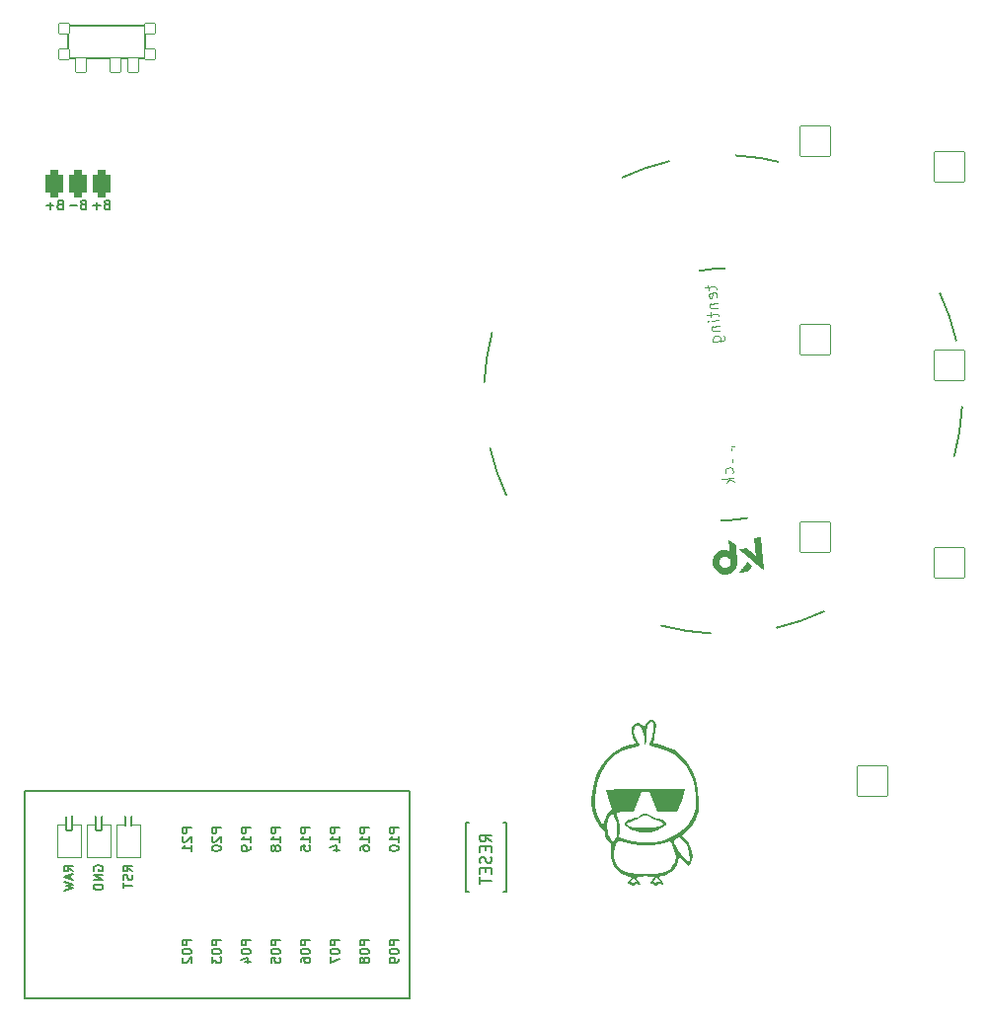
<source format=gbo>
%TF.GenerationSoftware,KiCad,Pcbnew,(6.0.4)*%
%TF.CreationDate,2022-07-21T23:48:58+02:00*%
%TF.ProjectId,wizza,77697a7a-612e-46b6-9963-61645f706362,v1.0.0*%
%TF.SameCoordinates,Original*%
%TF.FileFunction,Legend,Bot*%
%TF.FilePolarity,Positive*%
%FSLAX46Y46*%
G04 Gerber Fmt 4.6, Leading zero omitted, Abs format (unit mm)*
G04 Created by KiCad (PCBNEW (6.0.4)) date 2022-07-21 23:48:58*
%MOMM*%
%LPD*%
G01*
G04 APERTURE LIST*
G04 Aperture macros list*
%AMRoundRect*
0 Rectangle with rounded corners*
0 $1 Rounding radius*
0 $2 $3 $4 $5 $6 $7 $8 $9 X,Y pos of 4 corners*
0 Add a 4 corners polygon primitive as box body*
4,1,4,$2,$3,$4,$5,$6,$7,$8,$9,$2,$3,0*
0 Add four circle primitives for the rounded corners*
1,1,$1+$1,$2,$3*
1,1,$1+$1,$4,$5*
1,1,$1+$1,$6,$7*
1,1,$1+$1,$8,$9*
0 Add four rect primitives between the rounded corners*
20,1,$1+$1,$2,$3,$4,$5,0*
20,1,$1+$1,$4,$5,$6,$7,0*
20,1,$1+$1,$6,$7,$8,$9,0*
20,1,$1+$1,$8,$9,$2,$3,0*%
%AMFreePoly0*
4,1,16,0.535355,0.785355,0.550000,0.750000,0.550000,-0.750000,0.535355,-0.785355,0.500000,-0.800000,-0.650000,-0.800000,-0.685355,-0.785355,-0.700000,-0.750000,-0.691603,-0.722265,-0.210093,0.000000,-0.691603,0.722265,-0.699029,0.759806,-0.677735,0.791603,-0.650000,0.800000,0.500000,0.800000,0.535355,0.785355,0.535355,0.785355,$1*%
%AMFreePoly1*
4,1,16,0.535355,0.785355,0.541603,0.777735,1.041603,0.027735,1.049029,-0.009806,1.041603,-0.027735,0.541603,-0.777735,0.509806,-0.799029,0.500000,-0.800000,-0.500000,-0.800000,-0.535355,-0.785355,-0.550000,-0.750000,-0.550000,0.750000,-0.535355,0.785355,-0.500000,0.800000,0.500000,0.800000,0.535355,0.785355,0.535355,0.785355,$1*%
G04 Aperture macros list end*
%ADD10C,0.150000*%
%ADD11C,0.100000*%
%ADD12C,0.200000*%
%ADD13C,0.010000*%
%ADD14C,0.120000*%
%ADD15RoundRect,0.375000X-0.375000X-0.750000X0.375000X-0.750000X0.375000X0.750000X-0.375000X0.750000X0*%
%ADD16C,1.752600*%
%ADD17C,2.100000*%
%ADD18C,1.801800*%
%ADD19C,3.100000*%
%ADD20C,3.529000*%
%ADD21RoundRect,0.050000X-1.054507X-1.505993X1.505993X-1.054507X1.054507X1.505993X-1.505993X1.054507X0*%
%ADD22C,2.132000*%
%ADD23RoundRect,0.050000X-1.181751X-1.408356X1.408356X-1.181751X1.181751X1.408356X-1.408356X1.181751X0*%
%ADD24RoundRect,0.050000X-1.300000X-1.300000X1.300000X-1.300000X1.300000X1.300000X-1.300000X1.300000X0*%
%ADD25C,5.100000*%
%ADD26RoundRect,0.050000X-0.450000X-0.450000X0.450000X-0.450000X0.450000X0.450000X-0.450000X0.450000X0*%
%ADD27C,1.100000*%
%ADD28RoundRect,0.050000X-0.450000X-0.625000X0.450000X-0.625000X0.450000X0.625000X-0.450000X0.625000X0*%
%ADD29RoundRect,0.425000X-0.375000X-0.750000X0.375000X-0.750000X0.375000X0.750000X-0.375000X0.750000X0*%
%ADD30RoundRect,0.050000X-0.863113X-1.623279X1.623279X-0.863113X0.863113X1.623279X-1.623279X0.863113X0*%
%ADD31C,4.500000*%
%ADD32C,1.852600*%
%ADD33FreePoly0,90.000000*%
%ADD34RoundRect,0.050000X-0.250000X-0.762000X0.250000X-0.762000X0.250000X0.762000X-0.250000X0.762000X0*%
%ADD35FreePoly1,90.000000*%
G04 APERTURE END LIST*
D10*
%TO.C,B1*%
X84381171Y50956634D02*
X83904981Y51289968D01*
X84381171Y51528063D02*
X83381171Y51528063D01*
X83381171Y51147111D01*
X83428791Y51051873D01*
X83476410Y51004254D01*
X83571648Y50956634D01*
X83714505Y50956634D01*
X83809743Y51004254D01*
X83857362Y51051873D01*
X83904981Y51147111D01*
X83904981Y51528063D01*
X83857362Y50528063D02*
X83857362Y50194730D01*
X84381171Y50051873D02*
X84381171Y50528063D01*
X83381171Y50528063D01*
X83381171Y50051873D01*
X84333552Y49670920D02*
X84381171Y49528063D01*
X84381171Y49289968D01*
X84333552Y49194730D01*
X84285933Y49147111D01*
X84190695Y49099492D01*
X84095457Y49099492D01*
X84000219Y49147111D01*
X83952600Y49194730D01*
X83904981Y49289968D01*
X83857362Y49480444D01*
X83809743Y49575682D01*
X83762124Y49623301D01*
X83666886Y49670920D01*
X83571648Y49670920D01*
X83476410Y49623301D01*
X83428791Y49575682D01*
X83381171Y49480444D01*
X83381171Y49242349D01*
X83428791Y49099492D01*
X83857362Y48670920D02*
X83857362Y48337587D01*
X84381171Y48194730D02*
X84381171Y48670920D01*
X83381171Y48670920D01*
X83381171Y48194730D01*
X83381171Y47909015D02*
X83381171Y47337587D01*
X84381171Y47623301D02*
X83381171Y47623301D01*
%TO.C,PAD1*%
X51346886Y105598396D02*
X51232600Y105560301D01*
X51194505Y105522206D01*
X51156410Y105446015D01*
X51156410Y105331730D01*
X51194505Y105255539D01*
X51232600Y105217444D01*
X51308791Y105179349D01*
X51613552Y105179349D01*
X51613552Y105979349D01*
X51346886Y105979349D01*
X51270695Y105941254D01*
X51232600Y105903158D01*
X51194505Y105826968D01*
X51194505Y105750777D01*
X51232600Y105674587D01*
X51270695Y105636492D01*
X51346886Y105598396D01*
X51613552Y105598396D01*
X50813552Y105484111D02*
X50204029Y105484111D01*
X50508791Y105179349D02*
X50508791Y105788873D01*
X47346886Y105598396D02*
X47232600Y105560301D01*
X47194505Y105522206D01*
X47156410Y105446015D01*
X47156410Y105331730D01*
X47194505Y105255539D01*
X47232600Y105217444D01*
X47308791Y105179349D01*
X47613552Y105179349D01*
X47613552Y105979349D01*
X47346886Y105979349D01*
X47270695Y105941254D01*
X47232600Y105903158D01*
X47194505Y105826968D01*
X47194505Y105750777D01*
X47232600Y105674587D01*
X47270695Y105636492D01*
X47346886Y105598396D01*
X47613552Y105598396D01*
X46813552Y105484111D02*
X46204029Y105484111D01*
X46508791Y105179349D02*
X46508791Y105788873D01*
X49346886Y105598396D02*
X49232600Y105560301D01*
X49194505Y105522206D01*
X49156410Y105446015D01*
X49156410Y105331730D01*
X49194505Y105255539D01*
X49232600Y105217444D01*
X49308791Y105179349D01*
X49613552Y105179349D01*
X49613552Y105979349D01*
X49346886Y105979349D01*
X49270695Y105941254D01*
X49232600Y105903158D01*
X49194505Y105826968D01*
X49194505Y105750777D01*
X49232600Y105674587D01*
X49270695Y105636492D01*
X49346886Y105598396D01*
X49613552Y105598396D01*
X48813552Y105484111D02*
X48204029Y105484111D01*
D11*
%TO.C,REF\u002A\u002A*%
X104240579Y84756721D02*
X105236773Y84843877D01*
X104288016Y84760872D02*
X104248879Y84661846D01*
X104265480Y84472094D01*
X104321219Y84381369D01*
X104372807Y84338081D01*
X104471833Y84298944D01*
X104756460Y84323846D01*
X104847185Y84379584D01*
X104890473Y84431172D01*
X104929610Y84530198D01*
X104913009Y84719949D01*
X104857271Y84810675D01*
X104356786Y83428462D02*
X105020916Y83486566D01*
X104319434Y83855402D02*
X104841250Y83901055D01*
X104940276Y83861918D01*
X104996014Y83771193D01*
X105008465Y83628879D01*
X104969328Y83529853D01*
X104926040Y83478265D01*
X105052333Y82581096D02*
X105091471Y82680122D01*
X105074870Y82869874D01*
X105019131Y82960599D01*
X104967543Y83003887D01*
X104868517Y83043024D01*
X104583890Y83018122D01*
X104493165Y82962384D01*
X104449877Y82910796D01*
X104410740Y82811770D01*
X104427341Y82622018D01*
X104483079Y82531293D01*
X105137124Y82158306D02*
X104140929Y82071150D01*
X104765922Y82030228D02*
X105170326Y81778803D01*
X104506196Y81720699D02*
X104852497Y82133404D01*
X102961149Y98652088D02*
X102994351Y98272585D01*
X102641535Y98480723D02*
X103495416Y98555427D01*
X103594442Y98516290D01*
X103650180Y98425565D01*
X103658481Y98330689D01*
X103673297Y97614971D02*
X103712434Y97713997D01*
X103695833Y97903749D01*
X103640095Y97994474D01*
X103541069Y98033611D01*
X103161566Y98000409D01*
X103070841Y97944671D01*
X103031703Y97845645D01*
X103048305Y97655893D01*
X103104043Y97565168D01*
X103203069Y97526031D01*
X103297945Y97534331D01*
X103351318Y98017010D01*
X103098108Y97086639D02*
X103762238Y97144743D01*
X103192984Y97094940D02*
X103149696Y97043352D01*
X103110559Y96944326D01*
X103123010Y96802012D01*
X103178748Y96711287D01*
X103277774Y96672149D01*
X103799590Y96717802D01*
X103164512Y96327634D02*
X103197714Y95948131D01*
X102844898Y96156268D02*
X103698779Y96230973D01*
X103797805Y96191836D01*
X103853544Y96101110D01*
X103861844Y96006235D01*
X103890896Y95674170D02*
X103226766Y95616066D01*
X102894701Y95587014D02*
X102937989Y95638602D01*
X102989577Y95595315D01*
X102946290Y95543727D01*
X102894701Y95587014D01*
X102989577Y95595315D01*
X103268269Y95141688D02*
X103932399Y95199791D01*
X103363145Y95149988D02*
X103319857Y95098400D01*
X103280720Y94999374D01*
X103293171Y94857061D01*
X103348909Y94766335D01*
X103447935Y94727198D01*
X103969751Y94772851D01*
X103384477Y93813428D02*
X104190920Y93883983D01*
X104281645Y93939721D01*
X104324933Y93991309D01*
X104364070Y94090335D01*
X104351620Y94232649D01*
X104295881Y94323374D01*
X104001169Y93867382D02*
X104040306Y93966408D01*
X104023705Y94156159D01*
X103967967Y94246884D01*
X103916378Y94290172D01*
X103817352Y94329309D01*
X103532725Y94304408D01*
X103442000Y94248669D01*
X103398712Y94197081D01*
X103359575Y94098055D01*
X103376176Y93908304D01*
X103431915Y93817578D01*
D10*
%TO.C,MCU1*%
X73876695Y42552682D02*
X73076695Y42552682D01*
X73076695Y42247920D01*
X73114791Y42171730D01*
X73152886Y42133634D01*
X73229076Y42095539D01*
X73343362Y42095539D01*
X73419552Y42133634D01*
X73457648Y42171730D01*
X73495743Y42247920D01*
X73495743Y42552682D01*
X73076695Y41600301D02*
X73076695Y41524111D01*
X73114791Y41447920D01*
X73152886Y41409825D01*
X73229076Y41371730D01*
X73381457Y41333634D01*
X73571933Y41333634D01*
X73724314Y41371730D01*
X73800505Y41409825D01*
X73838600Y41447920D01*
X73876695Y41524111D01*
X73876695Y41600301D01*
X73838600Y41676492D01*
X73800505Y41714587D01*
X73724314Y41752682D01*
X73571933Y41790777D01*
X73381457Y41790777D01*
X73229076Y41752682D01*
X73152886Y41714587D01*
X73114791Y41676492D01*
X73076695Y41600301D01*
X73419552Y40876492D02*
X73381457Y40952682D01*
X73343362Y40990777D01*
X73267171Y41028873D01*
X73229076Y41028873D01*
X73152886Y40990777D01*
X73114791Y40952682D01*
X73076695Y40876492D01*
X73076695Y40724111D01*
X73114791Y40647920D01*
X73152886Y40609825D01*
X73229076Y40571730D01*
X73267171Y40571730D01*
X73343362Y40609825D01*
X73381457Y40647920D01*
X73419552Y40724111D01*
X73419552Y40876492D01*
X73457648Y40952682D01*
X73495743Y40990777D01*
X73571933Y41028873D01*
X73724314Y41028873D01*
X73800505Y40990777D01*
X73838600Y40952682D01*
X73876695Y40876492D01*
X73876695Y40724111D01*
X73838600Y40647920D01*
X73800505Y40609825D01*
X73724314Y40571730D01*
X73571933Y40571730D01*
X73495743Y40609825D01*
X73457648Y40647920D01*
X73419552Y40724111D01*
X58636695Y52152682D02*
X57836695Y52152682D01*
X57836695Y51847920D01*
X57874791Y51771730D01*
X57912886Y51733634D01*
X57989076Y51695539D01*
X58103362Y51695539D01*
X58179552Y51733634D01*
X58217648Y51771730D01*
X58255743Y51847920D01*
X58255743Y52152682D01*
X57912886Y51390777D02*
X57874791Y51352682D01*
X57836695Y51276492D01*
X57836695Y51086015D01*
X57874791Y51009825D01*
X57912886Y50971730D01*
X57989076Y50933634D01*
X58065267Y50933634D01*
X58179552Y50971730D01*
X58636695Y51428873D01*
X58636695Y50933634D01*
X58636695Y50171730D02*
X58636695Y50628873D01*
X58636695Y50400301D02*
X57836695Y50400301D01*
X57950981Y50476492D01*
X58027171Y50552682D01*
X58065267Y50628873D01*
X71336695Y52152682D02*
X70536695Y52152682D01*
X70536695Y51847920D01*
X70574791Y51771730D01*
X70612886Y51733634D01*
X70689076Y51695539D01*
X70803362Y51695539D01*
X70879552Y51733634D01*
X70917648Y51771730D01*
X70955743Y51847920D01*
X70955743Y52152682D01*
X71336695Y50933634D02*
X71336695Y51390777D01*
X71336695Y51162206D02*
X70536695Y51162206D01*
X70650981Y51238396D01*
X70727171Y51314587D01*
X70765267Y51390777D01*
X70803362Y50247920D02*
X71336695Y50247920D01*
X70498600Y50438396D02*
X71070029Y50628873D01*
X71070029Y50133634D01*
X61176695Y52152682D02*
X60376695Y52152682D01*
X60376695Y51847920D01*
X60414791Y51771730D01*
X60452886Y51733634D01*
X60529076Y51695539D01*
X60643362Y51695539D01*
X60719552Y51733634D01*
X60757648Y51771730D01*
X60795743Y51847920D01*
X60795743Y52152682D01*
X60452886Y51390777D02*
X60414791Y51352682D01*
X60376695Y51276492D01*
X60376695Y51086015D01*
X60414791Y51009825D01*
X60452886Y50971730D01*
X60529076Y50933634D01*
X60605267Y50933634D01*
X60719552Y50971730D01*
X61176695Y51428873D01*
X61176695Y50933634D01*
X60376695Y50438396D02*
X60376695Y50362206D01*
X60414791Y50286015D01*
X60452886Y50247920D01*
X60529076Y50209825D01*
X60681457Y50171730D01*
X60871933Y50171730D01*
X61024314Y50209825D01*
X61100505Y50247920D01*
X61138600Y50286015D01*
X61176695Y50362206D01*
X61176695Y50438396D01*
X61138600Y50514587D01*
X61100505Y50552682D01*
X61024314Y50590777D01*
X60871933Y50628873D01*
X60681457Y50628873D01*
X60529076Y50590777D01*
X60452886Y50552682D01*
X60414791Y50514587D01*
X60376695Y50438396D01*
X53556695Y48432872D02*
X53175743Y48699538D01*
X53556695Y48890015D02*
X52756695Y48890015D01*
X52756695Y48585253D01*
X52794791Y48509062D01*
X52832886Y48470967D01*
X52909076Y48432872D01*
X53023362Y48432872D01*
X53099552Y48470967D01*
X53137648Y48509062D01*
X53175743Y48585253D01*
X53175743Y48890015D01*
X53518600Y48128110D02*
X53556695Y48013824D01*
X53556695Y47823348D01*
X53518600Y47747157D01*
X53480505Y47709062D01*
X53404314Y47670967D01*
X53328124Y47670967D01*
X53251933Y47709062D01*
X53213838Y47747157D01*
X53175743Y47823348D01*
X53137648Y47975729D01*
X53099552Y48051919D01*
X53061457Y48090015D01*
X52985267Y48128110D01*
X52909076Y48128110D01*
X52832886Y48090015D01*
X52794791Y48051919D01*
X52756695Y47975729D01*
X52756695Y47785253D01*
X52794791Y47670967D01*
X52756695Y47442396D02*
X52756695Y46985253D01*
X53556695Y47213824D02*
X52756695Y47213824D01*
X76416695Y42552682D02*
X75616695Y42552682D01*
X75616695Y42247920D01*
X75654791Y42171730D01*
X75692886Y42133634D01*
X75769076Y42095539D01*
X75883362Y42095539D01*
X75959552Y42133634D01*
X75997648Y42171730D01*
X76035743Y42247920D01*
X76035743Y42552682D01*
X75616695Y41600301D02*
X75616695Y41524111D01*
X75654791Y41447920D01*
X75692886Y41409825D01*
X75769076Y41371730D01*
X75921457Y41333634D01*
X76111933Y41333634D01*
X76264314Y41371730D01*
X76340505Y41409825D01*
X76378600Y41447920D01*
X76416695Y41524111D01*
X76416695Y41600301D01*
X76378600Y41676492D01*
X76340505Y41714587D01*
X76264314Y41752682D01*
X76111933Y41790777D01*
X75921457Y41790777D01*
X75769076Y41752682D01*
X75692886Y41714587D01*
X75654791Y41676492D01*
X75616695Y41600301D01*
X76416695Y40952682D02*
X76416695Y40800301D01*
X76378600Y40724111D01*
X76340505Y40686015D01*
X76226219Y40609825D01*
X76073838Y40571730D01*
X75769076Y40571730D01*
X75692886Y40609825D01*
X75654791Y40647920D01*
X75616695Y40724111D01*
X75616695Y40876492D01*
X75654791Y40952682D01*
X75692886Y40990777D01*
X75769076Y41028873D01*
X75959552Y41028873D01*
X76035743Y40990777D01*
X76073838Y40952682D01*
X76111933Y40876492D01*
X76111933Y40724111D01*
X76073838Y40647920D01*
X76035743Y40609825D01*
X75959552Y40571730D01*
X73876695Y52152682D02*
X73076695Y52152682D01*
X73076695Y51847920D01*
X73114791Y51771730D01*
X73152886Y51733634D01*
X73229076Y51695539D01*
X73343362Y51695539D01*
X73419552Y51733634D01*
X73457648Y51771730D01*
X73495743Y51847920D01*
X73495743Y52152682D01*
X73876695Y50933634D02*
X73876695Y51390777D01*
X73876695Y51162206D02*
X73076695Y51162206D01*
X73190981Y51238396D01*
X73267171Y51314587D01*
X73305267Y51390777D01*
X73076695Y50247920D02*
X73076695Y50400301D01*
X73114791Y50476492D01*
X73152886Y50514587D01*
X73267171Y50590777D01*
X73419552Y50628873D01*
X73724314Y50628873D01*
X73800505Y50590777D01*
X73838600Y50552682D01*
X73876695Y50476492D01*
X73876695Y50324111D01*
X73838600Y50247920D01*
X73800505Y50209825D01*
X73724314Y50171730D01*
X73533838Y50171730D01*
X73457648Y50209825D01*
X73419552Y50247920D01*
X73381457Y50324111D01*
X73381457Y50476492D01*
X73419552Y50552682D01*
X73457648Y50590777D01*
X73533838Y50628873D01*
X48476695Y48432871D02*
X48095743Y48699538D01*
X48476695Y48890014D02*
X47676695Y48890014D01*
X47676695Y48585252D01*
X47714791Y48509062D01*
X47752886Y48470967D01*
X47829076Y48432871D01*
X47943362Y48432871D01*
X48019552Y48470967D01*
X48057648Y48509062D01*
X48095743Y48585252D01*
X48095743Y48890014D01*
X48248124Y48128110D02*
X48248124Y47747157D01*
X48476695Y48204300D02*
X47676695Y47937633D01*
X48476695Y47670967D01*
X47676695Y47480491D02*
X48476695Y47290014D01*
X47905267Y47137633D01*
X48476695Y46985252D01*
X47676695Y46794776D01*
X58636695Y42552682D02*
X57836695Y42552682D01*
X57836695Y42247920D01*
X57874791Y42171730D01*
X57912886Y42133634D01*
X57989076Y42095539D01*
X58103362Y42095539D01*
X58179552Y42133634D01*
X58217648Y42171730D01*
X58255743Y42247920D01*
X58255743Y42552682D01*
X57836695Y41600301D02*
X57836695Y41524111D01*
X57874791Y41447920D01*
X57912886Y41409825D01*
X57989076Y41371730D01*
X58141457Y41333634D01*
X58331933Y41333634D01*
X58484314Y41371730D01*
X58560505Y41409825D01*
X58598600Y41447920D01*
X58636695Y41524111D01*
X58636695Y41600301D01*
X58598600Y41676492D01*
X58560505Y41714587D01*
X58484314Y41752682D01*
X58331933Y41790777D01*
X58141457Y41790777D01*
X57989076Y41752682D01*
X57912886Y41714587D01*
X57874791Y41676492D01*
X57836695Y41600301D01*
X57912886Y41028873D02*
X57874791Y40990777D01*
X57836695Y40914587D01*
X57836695Y40724111D01*
X57874791Y40647920D01*
X57912886Y40609825D01*
X57989076Y40571730D01*
X58065267Y40571730D01*
X58179552Y40609825D01*
X58636695Y41066968D01*
X58636695Y40571730D01*
X66256695Y52152682D02*
X65456695Y52152682D01*
X65456695Y51847920D01*
X65494791Y51771730D01*
X65532886Y51733634D01*
X65609076Y51695539D01*
X65723362Y51695539D01*
X65799552Y51733634D01*
X65837648Y51771730D01*
X65875743Y51847920D01*
X65875743Y52152682D01*
X66256695Y50933634D02*
X66256695Y51390777D01*
X66256695Y51162206D02*
X65456695Y51162206D01*
X65570981Y51238396D01*
X65647171Y51314587D01*
X65685267Y51390777D01*
X65799552Y50476492D02*
X65761457Y50552682D01*
X65723362Y50590777D01*
X65647171Y50628873D01*
X65609076Y50628873D01*
X65532886Y50590777D01*
X65494791Y50552682D01*
X65456695Y50476492D01*
X65456695Y50324111D01*
X65494791Y50247920D01*
X65532886Y50209825D01*
X65609076Y50171730D01*
X65647171Y50171730D01*
X65723362Y50209825D01*
X65761457Y50247920D01*
X65799552Y50324111D01*
X65799552Y50476492D01*
X65837648Y50552682D01*
X65875743Y50590777D01*
X65951933Y50628873D01*
X66104314Y50628873D01*
X66180505Y50590777D01*
X66218600Y50552682D01*
X66256695Y50476492D01*
X66256695Y50324111D01*
X66218600Y50247920D01*
X66180505Y50209825D01*
X66104314Y50171730D01*
X65951933Y50171730D01*
X65875743Y50209825D01*
X65837648Y50247920D01*
X65799552Y50324111D01*
X76416695Y52152682D02*
X75616695Y52152682D01*
X75616695Y51847920D01*
X75654791Y51771730D01*
X75692886Y51733634D01*
X75769076Y51695539D01*
X75883362Y51695539D01*
X75959552Y51733634D01*
X75997648Y51771730D01*
X76035743Y51847920D01*
X76035743Y52152682D01*
X76416695Y50933634D02*
X76416695Y51390777D01*
X76416695Y51162206D02*
X75616695Y51162206D01*
X75730981Y51238396D01*
X75807171Y51314587D01*
X75845267Y51390777D01*
X75616695Y50438396D02*
X75616695Y50362206D01*
X75654791Y50286015D01*
X75692886Y50247920D01*
X75769076Y50209825D01*
X75921457Y50171730D01*
X76111933Y50171730D01*
X76264314Y50209825D01*
X76340505Y50247920D01*
X76378600Y50286015D01*
X76416695Y50362206D01*
X76416695Y50438396D01*
X76378600Y50514587D01*
X76340505Y50552682D01*
X76264314Y50590777D01*
X76111933Y50628873D01*
X75921457Y50628873D01*
X75769076Y50590777D01*
X75692886Y50552682D01*
X75654791Y50514587D01*
X75616695Y50438396D01*
X61176695Y42552682D02*
X60376695Y42552682D01*
X60376695Y42247920D01*
X60414791Y42171730D01*
X60452886Y42133634D01*
X60529076Y42095539D01*
X60643362Y42095539D01*
X60719552Y42133634D01*
X60757648Y42171730D01*
X60795743Y42247920D01*
X60795743Y42552682D01*
X60376695Y41600301D02*
X60376695Y41524111D01*
X60414791Y41447920D01*
X60452886Y41409825D01*
X60529076Y41371730D01*
X60681457Y41333634D01*
X60871933Y41333634D01*
X61024314Y41371730D01*
X61100505Y41409825D01*
X61138600Y41447920D01*
X61176695Y41524111D01*
X61176695Y41600301D01*
X61138600Y41676492D01*
X61100505Y41714587D01*
X61024314Y41752682D01*
X60871933Y41790777D01*
X60681457Y41790777D01*
X60529076Y41752682D01*
X60452886Y41714587D01*
X60414791Y41676492D01*
X60376695Y41600301D01*
X60376695Y41066968D02*
X60376695Y40571730D01*
X60681457Y40838396D01*
X60681457Y40724111D01*
X60719552Y40647920D01*
X60757648Y40609825D01*
X60833838Y40571730D01*
X61024314Y40571730D01*
X61100505Y40609825D01*
X61138600Y40647920D01*
X61176695Y40724111D01*
X61176695Y40952682D01*
X61138600Y41028873D01*
X61100505Y41066968D01*
X71336695Y42552682D02*
X70536695Y42552682D01*
X70536695Y42247920D01*
X70574791Y42171730D01*
X70612886Y42133634D01*
X70689076Y42095539D01*
X70803362Y42095539D01*
X70879552Y42133634D01*
X70917648Y42171730D01*
X70955743Y42247920D01*
X70955743Y42552682D01*
X70536695Y41600301D02*
X70536695Y41524111D01*
X70574791Y41447920D01*
X70612886Y41409825D01*
X70689076Y41371730D01*
X70841457Y41333634D01*
X71031933Y41333634D01*
X71184314Y41371730D01*
X71260505Y41409825D01*
X71298600Y41447920D01*
X71336695Y41524111D01*
X71336695Y41600301D01*
X71298600Y41676492D01*
X71260505Y41714587D01*
X71184314Y41752682D01*
X71031933Y41790777D01*
X70841457Y41790777D01*
X70689076Y41752682D01*
X70612886Y41714587D01*
X70574791Y41676492D01*
X70536695Y41600301D01*
X70536695Y41066968D02*
X70536695Y40533634D01*
X71336695Y40876492D01*
X63716695Y52152682D02*
X62916695Y52152682D01*
X62916695Y51847920D01*
X62954791Y51771730D01*
X62992886Y51733634D01*
X63069076Y51695539D01*
X63183362Y51695539D01*
X63259552Y51733634D01*
X63297648Y51771730D01*
X63335743Y51847920D01*
X63335743Y52152682D01*
X63716695Y50933634D02*
X63716695Y51390777D01*
X63716695Y51162206D02*
X62916695Y51162206D01*
X63030981Y51238396D01*
X63107171Y51314587D01*
X63145267Y51390777D01*
X63716695Y50552682D02*
X63716695Y50400301D01*
X63678600Y50324111D01*
X63640505Y50286015D01*
X63526219Y50209825D01*
X63373838Y50171730D01*
X63069076Y50171730D01*
X62992886Y50209825D01*
X62954791Y50247920D01*
X62916695Y50324111D01*
X62916695Y50476492D01*
X62954791Y50552682D01*
X62992886Y50590777D01*
X63069076Y50628873D01*
X63259552Y50628873D01*
X63335743Y50590777D01*
X63373838Y50552682D01*
X63411933Y50476492D01*
X63411933Y50324111D01*
X63373838Y50247920D01*
X63335743Y50209825D01*
X63259552Y50171730D01*
X50254791Y48490014D02*
X50216695Y48566205D01*
X50216695Y48680491D01*
X50254791Y48794776D01*
X50330981Y48870967D01*
X50407171Y48909062D01*
X50559552Y48947157D01*
X50673838Y48947157D01*
X50826219Y48909062D01*
X50902410Y48870967D01*
X50978600Y48794776D01*
X51016695Y48680491D01*
X51016695Y48604300D01*
X50978600Y48490014D01*
X50940505Y48451919D01*
X50673838Y48451919D01*
X50673838Y48604300D01*
X51016695Y48109062D02*
X50216695Y48109062D01*
X51016695Y47651919D01*
X50216695Y47651919D01*
X51016695Y47270967D02*
X50216695Y47270967D01*
X50216695Y47080491D01*
X50254791Y46966205D01*
X50330981Y46890014D01*
X50407171Y46851919D01*
X50559552Y46813824D01*
X50673838Y46813824D01*
X50826219Y46851919D01*
X50902410Y46890014D01*
X50978600Y46966205D01*
X51016695Y47080491D01*
X51016695Y47270967D01*
X63716695Y42552682D02*
X62916695Y42552682D01*
X62916695Y42247920D01*
X62954791Y42171730D01*
X62992886Y42133634D01*
X63069076Y42095539D01*
X63183362Y42095539D01*
X63259552Y42133634D01*
X63297648Y42171730D01*
X63335743Y42247920D01*
X63335743Y42552682D01*
X62916695Y41600301D02*
X62916695Y41524111D01*
X62954791Y41447920D01*
X62992886Y41409825D01*
X63069076Y41371730D01*
X63221457Y41333634D01*
X63411933Y41333634D01*
X63564314Y41371730D01*
X63640505Y41409825D01*
X63678600Y41447920D01*
X63716695Y41524111D01*
X63716695Y41600301D01*
X63678600Y41676492D01*
X63640505Y41714587D01*
X63564314Y41752682D01*
X63411933Y41790777D01*
X63221457Y41790777D01*
X63069076Y41752682D01*
X62992886Y41714587D01*
X62954791Y41676492D01*
X62916695Y41600301D01*
X63183362Y40647920D02*
X63716695Y40647920D01*
X62878600Y40838396D02*
X63450029Y41028873D01*
X63450029Y40533634D01*
X66256695Y42552682D02*
X65456695Y42552682D01*
X65456695Y42247920D01*
X65494791Y42171730D01*
X65532886Y42133634D01*
X65609076Y42095539D01*
X65723362Y42095539D01*
X65799552Y42133634D01*
X65837648Y42171730D01*
X65875743Y42247920D01*
X65875743Y42552682D01*
X65456695Y41600301D02*
X65456695Y41524111D01*
X65494791Y41447920D01*
X65532886Y41409825D01*
X65609076Y41371730D01*
X65761457Y41333634D01*
X65951933Y41333634D01*
X66104314Y41371730D01*
X66180505Y41409825D01*
X66218600Y41447920D01*
X66256695Y41524111D01*
X66256695Y41600301D01*
X66218600Y41676492D01*
X66180505Y41714587D01*
X66104314Y41752682D01*
X65951933Y41790777D01*
X65761457Y41790777D01*
X65609076Y41752682D01*
X65532886Y41714587D01*
X65494791Y41676492D01*
X65456695Y41600301D01*
X65456695Y40609825D02*
X65456695Y40990777D01*
X65837648Y41028873D01*
X65799552Y40990777D01*
X65761457Y40914587D01*
X65761457Y40724111D01*
X65799552Y40647920D01*
X65837648Y40609825D01*
X65913838Y40571730D01*
X66104314Y40571730D01*
X66180505Y40609825D01*
X66218600Y40647920D01*
X66256695Y40724111D01*
X66256695Y40914587D01*
X66218600Y40990777D01*
X66180505Y41028873D01*
X68796695Y52152682D02*
X67996695Y52152682D01*
X67996695Y51847920D01*
X68034791Y51771730D01*
X68072886Y51733634D01*
X68149076Y51695539D01*
X68263362Y51695539D01*
X68339552Y51733634D01*
X68377648Y51771730D01*
X68415743Y51847920D01*
X68415743Y52152682D01*
X68796695Y50933634D02*
X68796695Y51390777D01*
X68796695Y51162206D02*
X67996695Y51162206D01*
X68110981Y51238396D01*
X68187171Y51314587D01*
X68225267Y51390777D01*
X67996695Y50209825D02*
X67996695Y50590777D01*
X68377648Y50628873D01*
X68339552Y50590777D01*
X68301457Y50514587D01*
X68301457Y50324111D01*
X68339552Y50247920D01*
X68377648Y50209825D01*
X68453838Y50171730D01*
X68644314Y50171730D01*
X68720505Y50209825D01*
X68758600Y50247920D01*
X68796695Y50324111D01*
X68796695Y50514587D01*
X68758600Y50590777D01*
X68720505Y50628873D01*
X68796695Y42552682D02*
X67996695Y42552682D01*
X67996695Y42247920D01*
X68034791Y42171730D01*
X68072886Y42133634D01*
X68149076Y42095539D01*
X68263362Y42095539D01*
X68339552Y42133634D01*
X68377648Y42171730D01*
X68415743Y42247920D01*
X68415743Y42552682D01*
X67996695Y41600301D02*
X67996695Y41524111D01*
X68034791Y41447920D01*
X68072886Y41409825D01*
X68149076Y41371730D01*
X68301457Y41333634D01*
X68491933Y41333634D01*
X68644314Y41371730D01*
X68720505Y41409825D01*
X68758600Y41447920D01*
X68796695Y41524111D01*
X68796695Y41600301D01*
X68758600Y41676492D01*
X68720505Y41714587D01*
X68644314Y41752682D01*
X68491933Y41790777D01*
X68301457Y41790777D01*
X68149076Y41752682D01*
X68072886Y41714587D01*
X68034791Y41676492D01*
X67996695Y41600301D01*
X67996695Y40647920D02*
X67996695Y40800301D01*
X68034791Y40876492D01*
X68072886Y40914587D01*
X68187171Y40990777D01*
X68339552Y41028873D01*
X68644314Y41028873D01*
X68720505Y40990777D01*
X68758600Y40952682D01*
X68796695Y40876492D01*
X68796695Y40724111D01*
X68758600Y40647920D01*
X68720505Y40609825D01*
X68644314Y40571730D01*
X68453838Y40571730D01*
X68377648Y40609825D01*
X68339552Y40647920D01*
X68301457Y40724111D01*
X68301457Y40876492D01*
X68339552Y40952682D01*
X68377648Y40990777D01*
X68453838Y41028873D01*
%TO.C,B1*%
X82178791Y52631254D02*
X82428791Y52631254D01*
X82178791Y46631254D02*
X82178791Y52631254D01*
X85678791Y46631254D02*
X85428791Y46631254D01*
X85428791Y52631254D02*
X85678791Y52631254D01*
X85678791Y52631254D02*
X85678791Y46631254D01*
X82428791Y46631254D02*
X82178791Y46631254D01*
%TO.C,T2*%
X53339406Y120958838D02*
X49439406Y120958838D01*
X54689406Y118108838D02*
X54689406Y120958838D01*
X48089406Y120958838D02*
X48089406Y118108838D01*
X48089406Y118108838D02*
X54689406Y118108838D01*
X51389406Y120958838D02*
X48089406Y120958838D01*
X51389406Y120958838D02*
X54689406Y120958838D01*
D12*
%TO.C,REF\u002A\u002A*%
X109549275Y109130791D02*
G75*
G03*
X105324413Y109798978I-5300484J-19823537D01*
G01*
X108866422Y69313626D02*
G75*
G03*
X112911066Y70705300I-4617652J19993688D01*
G01*
X98948311Y69483716D02*
G75*
G03*
X103173169Y68815530I5300480J19823538D01*
G01*
X99631160Y109300883D02*
G75*
G03*
X95586515Y107909208I4617631J-19993629D01*
G01*
X103307945Y100061176D02*
G75*
G03*
X102189008Y99903920I940833J-10753844D01*
G01*
X124072328Y84006771D02*
G75*
G03*
X124740515Y88231632I-19823537J5300483D01*
G01*
X104437190Y100100610D02*
G75*
G03*
X103307945Y100061176I-188408J-10793256D01*
G01*
X84425254Y94607733D02*
G75*
G03*
X83757067Y90382876I19823659J-5300498D01*
G01*
X104060392Y78513898D02*
G75*
G03*
X105189637Y78553332I188400J10793277D01*
G01*
X84255162Y84689623D02*
G75*
G03*
X85646837Y80644978I19993629J4617631D01*
G01*
X105189637Y78553331D02*
G75*
G03*
X106308574Y78710588I-940837J10753823D01*
G01*
X124242420Y93924885D02*
G75*
G03*
X122850744Y97969532I-19993629J-4617631D01*
G01*
G36*
X105269585Y76346618D02*
G01*
X105329785Y75657529D01*
X105330805Y75645837D01*
X105343660Y75495913D01*
X105354963Y75359105D01*
X105364613Y75236825D01*
X105372508Y75130480D01*
X105378549Y75041478D01*
X105379711Y75021501D01*
X105382634Y74971230D01*
X105384662Y74921144D01*
X105384534Y74892630D01*
X105379747Y74845583D01*
X105353420Y74715634D01*
X105309434Y74585442D01*
X105250307Y74461636D01*
X105178559Y74350841D01*
X105170996Y74340978D01*
X105071840Y74231594D01*
X104957207Y74137247D01*
X104830291Y74059912D01*
X104694291Y74001562D01*
X104552402Y73964172D01*
X104452928Y73950969D01*
X104304078Y73949389D01*
X104158394Y73969020D01*
X104018143Y74008971D01*
X103885587Y74068358D01*
X103762995Y74146292D01*
X103652631Y74241886D01*
X103556761Y74354251D01*
X103490405Y74455773D01*
X103425327Y74589847D01*
X103381491Y74731128D01*
X103357950Y74882129D01*
X103353682Y74971768D01*
X103354000Y74976852D01*
X103853975Y74976852D01*
X103859967Y74869722D01*
X103860709Y74864476D01*
X103869831Y74809760D01*
X103880846Y74768270D01*
X103896808Y74730911D01*
X103920768Y74688592D01*
X103945515Y74652284D01*
X103991966Y74597330D01*
X104044674Y74546273D01*
X104097835Y74504554D01*
X104145651Y74477614D01*
X104162434Y74471277D01*
X104204696Y74457548D01*
X104248932Y74445271D01*
X104323163Y74432404D01*
X104427212Y74432953D01*
X104527251Y74454548D01*
X104620781Y74495990D01*
X104705298Y74556078D01*
X104778299Y74633612D01*
X104837284Y74727393D01*
X104861110Y74783829D01*
X104883232Y74880143D01*
X104885262Y74978242D01*
X104868451Y75075093D01*
X104834050Y75167660D01*
X104783314Y75252910D01*
X104717493Y75327804D01*
X104637839Y75389310D01*
X104545607Y75434392D01*
X104531110Y75439433D01*
X104430469Y75461370D01*
X104328615Y75462680D01*
X104228907Y75444601D01*
X104134707Y75408375D01*
X104049377Y75355240D01*
X103976279Y75286438D01*
X103918772Y75203205D01*
X103903556Y75173236D01*
X103868213Y75076364D01*
X103853975Y74976852D01*
X103354000Y74976852D01*
X103363179Y75123452D01*
X103393395Y75268607D01*
X103443466Y75405477D01*
X103512533Y75532304D01*
X103599734Y75647331D01*
X103704208Y75748802D01*
X103825092Y75834959D01*
X103891832Y75873562D01*
X103964138Y75909216D01*
X104033818Y75934879D01*
X104108970Y75953436D01*
X104197693Y75967776D01*
X104215379Y75969994D01*
X104354611Y75975712D01*
X104486910Y75959505D01*
X104612941Y75921240D01*
X104733365Y75860784D01*
X104758906Y75845750D01*
X104785082Y75831635D01*
X104798016Y75826429D01*
X104798570Y75830522D01*
X104797938Y75854365D01*
X104795502Y75897440D01*
X104791430Y75957388D01*
X104785895Y76031851D01*
X104779070Y76118472D01*
X104771125Y76214891D01*
X104762231Y76318751D01*
X104719362Y76810454D01*
X105269585Y76346618D01*
G37*
D13*
X105269585Y76346618D02*
X105329785Y75657529D01*
X105330805Y75645837D01*
X105343660Y75495913D01*
X105354963Y75359105D01*
X105364613Y75236825D01*
X105372508Y75130480D01*
X105378549Y75041478D01*
X105379711Y75021501D01*
X105382634Y74971230D01*
X105384662Y74921144D01*
X105384534Y74892630D01*
X105379747Y74845583D01*
X105353420Y74715634D01*
X105309434Y74585442D01*
X105250307Y74461636D01*
X105178559Y74350841D01*
X105170996Y74340978D01*
X105071840Y74231594D01*
X104957207Y74137247D01*
X104830291Y74059912D01*
X104694291Y74001562D01*
X104552402Y73964172D01*
X104452928Y73950969D01*
X104304078Y73949389D01*
X104158394Y73969020D01*
X104018143Y74008971D01*
X103885587Y74068358D01*
X103762995Y74146292D01*
X103652631Y74241886D01*
X103556761Y74354251D01*
X103490405Y74455773D01*
X103425327Y74589847D01*
X103381491Y74731128D01*
X103357950Y74882129D01*
X103353682Y74971768D01*
X103354000Y74976852D01*
X103853975Y74976852D01*
X103859967Y74869722D01*
X103860709Y74864476D01*
X103869831Y74809760D01*
X103880846Y74768270D01*
X103896808Y74730911D01*
X103920768Y74688592D01*
X103945515Y74652284D01*
X103991966Y74597330D01*
X104044674Y74546273D01*
X104097835Y74504554D01*
X104145651Y74477614D01*
X104162434Y74471277D01*
X104204696Y74457548D01*
X104248932Y74445271D01*
X104323163Y74432404D01*
X104427212Y74432953D01*
X104527251Y74454548D01*
X104620781Y74495990D01*
X104705298Y74556078D01*
X104778299Y74633612D01*
X104837284Y74727393D01*
X104861110Y74783829D01*
X104883232Y74880143D01*
X104885262Y74978242D01*
X104868451Y75075093D01*
X104834050Y75167660D01*
X104783314Y75252910D01*
X104717493Y75327804D01*
X104637839Y75389310D01*
X104545607Y75434392D01*
X104531110Y75439433D01*
X104430469Y75461370D01*
X104328615Y75462680D01*
X104228907Y75444601D01*
X104134707Y75408375D01*
X104049377Y75355240D01*
X103976279Y75286438D01*
X103918772Y75203205D01*
X103903556Y75173236D01*
X103868213Y75076364D01*
X103853975Y74976852D01*
X103354000Y74976852D01*
X103363179Y75123452D01*
X103393395Y75268607D01*
X103443466Y75405477D01*
X103512533Y75532304D01*
X103599734Y75647331D01*
X103704208Y75748802D01*
X103825092Y75834959D01*
X103891832Y75873562D01*
X103964138Y75909216D01*
X104033818Y75934879D01*
X104108970Y75953436D01*
X104197693Y75967776D01*
X104215379Y75969994D01*
X104354611Y75975712D01*
X104486910Y75959505D01*
X104612941Y75921240D01*
X104733365Y75860784D01*
X104758906Y75845750D01*
X104785082Y75831635D01*
X104798016Y75826429D01*
X104798570Y75830522D01*
X104797938Y75854365D01*
X104795502Y75897440D01*
X104791430Y75957388D01*
X104785895Y76031851D01*
X104779070Y76118472D01*
X104771125Y76214891D01*
X104762231Y76318751D01*
X104719362Y76810454D01*
X105269585Y76346618D01*
G36*
X106298191Y74914433D02*
G01*
X106311249Y74905489D01*
X106338692Y74884180D01*
X106377727Y74852749D01*
X106425559Y74813444D01*
X106479393Y74768509D01*
X106653877Y74621815D01*
X106623420Y74581190D01*
X106620560Y74577435D01*
X106600798Y74552408D01*
X106569698Y74513805D01*
X106529986Y74464978D01*
X106484384Y74409278D01*
X106435618Y74350060D01*
X106278273Y74159552D01*
X105660618Y74105515D01*
X105685880Y74141488D01*
X105687930Y74144369D01*
X105706495Y74169311D01*
X105736004Y74207869D01*
X105774662Y74257774D01*
X105820669Y74316751D01*
X105872228Y74382530D01*
X105927541Y74452837D01*
X105984809Y74525403D01*
X106042238Y74597954D01*
X106098025Y74668218D01*
X106150376Y74733925D01*
X106197491Y74792802D01*
X106237575Y74842576D01*
X106268826Y74880977D01*
X106289450Y74905732D01*
X106297646Y74914569D01*
X106298191Y74914433D01*
G37*
X106298191Y74914433D02*
X106311249Y74905489D01*
X106338692Y74884180D01*
X106377727Y74852749D01*
X106425559Y74813444D01*
X106479393Y74768509D01*
X106653877Y74621815D01*
X106623420Y74581190D01*
X106620560Y74577435D01*
X106600798Y74552408D01*
X106569698Y74513805D01*
X106529986Y74464978D01*
X106484384Y74409278D01*
X106435618Y74350060D01*
X106278273Y74159552D01*
X105660618Y74105515D01*
X105685880Y74141488D01*
X105687930Y74144369D01*
X105706495Y74169311D01*
X105736004Y74207869D01*
X105774662Y74257774D01*
X105820669Y74316751D01*
X105872228Y74382530D01*
X105927541Y74452837D01*
X105984809Y74525403D01*
X106042238Y74597954D01*
X106098025Y74668218D01*
X106150376Y74733925D01*
X106197491Y74792802D01*
X106237575Y74842576D01*
X106268826Y74880977D01*
X106289450Y74905732D01*
X106297646Y74914569D01*
X106298191Y74914433D01*
G36*
X107648889Y74320206D02*
G01*
X107550348Y74404213D01*
X107535400Y74416955D01*
X107500840Y74446408D01*
X107451002Y74488880D01*
X107387205Y74543244D01*
X107310770Y74608375D01*
X107223021Y74683149D01*
X107125274Y74766440D01*
X107018854Y74857121D01*
X106905080Y74954067D01*
X106785272Y75056153D01*
X106660752Y75162253D01*
X106532841Y75271243D01*
X105613876Y76054266D01*
X105900877Y76082480D01*
X106187878Y76110696D01*
X107057728Y75381032D01*
X106915354Y77008373D01*
X107409919Y77051642D01*
X107648889Y74320206D01*
G37*
X107648889Y74320206D02*
X107550348Y74404213D01*
X107535400Y74416955D01*
X107500840Y74446408D01*
X107451002Y74488880D01*
X107387205Y74543244D01*
X107310770Y74608375D01*
X107223021Y74683149D01*
X107125274Y74766440D01*
X107018854Y74857121D01*
X106905080Y74954067D01*
X106785272Y75056153D01*
X106660752Y75162253D01*
X106532841Y75271243D01*
X105613876Y76054266D01*
X105900877Y76082480D01*
X106187878Y76110696D01*
X107057728Y75381032D01*
X106915354Y77008373D01*
X107409919Y77051642D01*
X107648889Y74320206D01*
%TO.C,G\u002A\u002A\u002A*%
G36*
X98294942Y51812824D02*
G01*
X98061649Y51748512D01*
X97811538Y51729304D01*
X97475458Y51740479D01*
X97191010Y51761621D01*
X96921103Y51805164D01*
X96785267Y51846472D01*
X97326734Y51846472D01*
X97377003Y51829586D01*
X97560124Y51822981D01*
X97684373Y51825451D01*
X97790747Y51838735D01*
X97750624Y51859673D01*
X97616342Y51873680D01*
X97369624Y51859673D01*
X97326734Y51846472D01*
X96785267Y51846472D01*
X96658849Y51884916D01*
X96541066Y51935740D01*
X98006388Y51935740D01*
X98007699Y51906838D01*
X98117513Y51891272D01*
X98200736Y51904830D01*
X98168666Y51942424D01*
X98119705Y51955952D01*
X98006388Y51935740D01*
X96541066Y51935740D01*
X96352787Y52016983D01*
X95951458Y52217471D01*
X95873073Y52289133D01*
X95797216Y52466154D01*
X95797782Y52474013D01*
X96004074Y52474013D01*
X96062774Y52358794D01*
X96290124Y52249200D01*
X96511909Y52195665D01*
X96888395Y52153581D01*
X97329366Y52140191D01*
X97795957Y52153149D01*
X98249304Y52190104D01*
X98650543Y52248710D01*
X98960808Y52326617D01*
X99141236Y52421477D01*
X99157661Y52442360D01*
X99132439Y52546217D01*
X98950159Y52659796D01*
X98620145Y52776740D01*
X98444794Y52834526D01*
X98157762Y52955621D01*
X97954933Y53074185D01*
X97727924Y53201704D01*
X97442869Y53218904D01*
X97181258Y53071925D01*
X97056956Y52985888D01*
X96799981Y52860844D01*
X96498468Y52750950D01*
X96390466Y52716119D01*
X96113485Y52593556D01*
X96004074Y52474013D01*
X95797782Y52474013D01*
X95805312Y52578497D01*
X95905472Y52692388D01*
X96135883Y52815481D01*
X96242044Y52860588D01*
X96498194Y52947868D01*
X96685795Y52983395D01*
X96712870Y52985572D01*
X96909386Y53056816D01*
X97121351Y53196921D01*
X97170610Y53236741D01*
X97444599Y53382912D01*
X97711996Y53373214D01*
X98010274Y53208121D01*
X98029518Y53194260D01*
X98310110Y53046312D01*
X98606246Y52957991D01*
X98725946Y52935346D01*
X99043883Y52822441D01*
X99259024Y52661464D01*
X99338124Y52474381D01*
X99333900Y52442360D01*
X99333130Y52436520D01*
X99252947Y52319437D01*
X99057488Y52181752D01*
X98724291Y52006335D01*
X98580568Y51936960D01*
X98506640Y51904830D01*
X98354561Y51838735D01*
X98294942Y51812824D01*
G37*
G36*
X101464233Y49090587D02*
G01*
X101284819Y48878921D01*
X101094638Y49100159D01*
X100902864Y49291458D01*
X100688782Y49458488D01*
X100473107Y49595578D01*
X100371837Y49216940D01*
X100294450Y48992587D01*
X100031022Y48568076D01*
X99659005Y48250235D01*
X99205652Y48065962D01*
X98955414Y47997499D01*
X98782528Y47903694D01*
X98770560Y47796965D01*
X98914791Y47670903D01*
X99017533Y47571926D01*
X99042818Y47505329D01*
X99084124Y47396537D01*
X99071892Y47273539D01*
X99001852Y47237333D01*
X98833022Y47311037D01*
X98709705Y47349216D01*
X98629578Y47268704D01*
X98578578Y47187204D01*
X98457835Y47152077D01*
X98356333Y47260898D01*
X98303931Y47320856D01*
X98147323Y47335690D01*
X98063852Y47327333D01*
X97987558Y47391260D01*
X98012654Y47504907D01*
X98181566Y47504907D01*
X98253320Y47511680D01*
X98340280Y47517645D01*
X98434846Y47413728D01*
X98447148Y47372879D01*
X98484188Y47340233D01*
X98535158Y47462539D01*
X98547587Y47499095D01*
X98615372Y47599426D01*
X98715512Y47556307D01*
X98787206Y47510679D01*
X98881755Y47505329D01*
X98870365Y47558600D01*
X98752709Y47647373D01*
X98643048Y47735988D01*
X98569440Y47887066D01*
X98554948Y47977967D01*
X98516910Y47905254D01*
X98441906Y47782873D01*
X98290761Y47622206D01*
X98243161Y47579842D01*
X98181566Y47504907D01*
X98012654Y47504907D01*
X98017404Y47526419D01*
X98152791Y47693587D01*
X98265512Y47813867D01*
X98322124Y47918376D01*
X98302849Y47934351D01*
X98155848Y47962859D01*
X97895683Y47982564D01*
X97560124Y47989921D01*
X97165534Y47980690D01*
X96908778Y47946966D01*
X96797854Y47881716D01*
X96821251Y47777922D01*
X96967458Y47628566D01*
X97077040Y47504168D01*
X97100760Y47445249D01*
X97136791Y47355750D01*
X97080983Y47253017D01*
X96954184Y47234566D01*
X96837327Y47317654D01*
X96779783Y47347063D01*
X96668696Y47254154D01*
X96657843Y47239714D01*
X96552662Y47151869D01*
X96448224Y47206754D01*
X96380077Y47256338D01*
X96188524Y47312587D01*
X96134281Y47318891D01*
X96045517Y47400444D01*
X96066722Y47516869D01*
X96247116Y47516869D01*
X96305987Y47514801D01*
X96392171Y47518792D01*
X96478225Y47413728D01*
X96490184Y47362535D01*
X96527469Y47326092D01*
X96602335Y47435588D01*
X96637022Y47492169D01*
X96723771Y47553561D01*
X96853431Y47480483D01*
X96915685Y47435454D01*
X96930090Y47445249D01*
X96830068Y47569150D01*
X96690253Y47753018D01*
X96603918Y47905254D01*
X96603656Y47905972D01*
X96564862Y47982784D01*
X96550809Y47894414D01*
X96497367Y47765857D01*
X96353624Y47614488D01*
X96334291Y47599870D01*
X96247116Y47516869D01*
X96066722Y47516869D01*
X96070067Y47535236D01*
X96205458Y47670903D01*
X96295797Y47736818D01*
X96365958Y47861986D01*
X96271490Y47962205D01*
X96014958Y48032606D01*
X96002619Y48034631D01*
X95526046Y48196883D01*
X95125575Y48497115D01*
X94835880Y48909539D01*
X94752605Y49103340D01*
X94688136Y49345094D01*
X94658199Y49641512D01*
X94653694Y50049534D01*
X94653651Y50087097D01*
X94874457Y50087097D01*
X94908646Y49563334D01*
X95068050Y49091740D01*
X95340625Y48702928D01*
X95714326Y48427510D01*
X95752531Y48408878D01*
X95940888Y48330404D01*
X96145337Y48275947D01*
X96404186Y48239770D01*
X96755746Y48216138D01*
X97238326Y48199313D01*
X97809488Y48190929D01*
X98427985Y48208930D01*
X98916372Y48265483D01*
X99295610Y48366686D01*
X99586661Y48518637D01*
X99810485Y48727432D01*
X99988045Y48999169D01*
X100089320Y49235729D01*
X100171262Y49615475D01*
X100160227Y49965144D01*
X100053367Y50230971D01*
X100038430Y50252075D01*
X99930890Y50461808D01*
X99840839Y50718882D01*
X99783464Y50897409D01*
X99711721Y50985912D01*
X99609738Y50963856D01*
X99589387Y50954412D01*
X99411126Y50895024D01*
X99129471Y50818737D01*
X98795575Y50739636D01*
X98730419Y50725857D01*
X98031375Y50638913D01*
X97267464Y50635774D01*
X96511016Y50713295D01*
X95834362Y50868334D01*
X95542700Y50952057D01*
X95283501Y50985500D01*
X95117240Y50921722D01*
X95009038Y50744170D01*
X94924017Y50436290D01*
X94874457Y50087097D01*
X94653651Y50087097D01*
X94653361Y50342958D01*
X94638055Y50620483D01*
X94601926Y50777835D01*
X94540977Y50843143D01*
X94497636Y50870646D01*
X94368139Y51026663D01*
X94234889Y51257624D01*
X94130801Y51501444D01*
X94088791Y51696041D01*
X94082283Y51736972D01*
X93991294Y51910680D01*
X93827238Y52101580D01*
X93670953Y52271671D01*
X94287825Y52271671D01*
X94342682Y51715711D01*
X94377589Y51595489D01*
X94498416Y51319303D01*
X94638262Y51123398D01*
X94836403Y50937254D01*
X94989412Y51170774D01*
X94996771Y51182465D01*
X95089378Y51442513D01*
X95136836Y51803265D01*
X95138665Y52205806D01*
X95094384Y52591219D01*
X95003514Y52900587D01*
X94989304Y52932106D01*
X94885103Y53175557D01*
X94811700Y53366254D01*
X94797899Y53403908D01*
X94751339Y53459238D01*
X94680299Y53399968D01*
X94556865Y53208857D01*
X94380285Y52814856D01*
X94287825Y52271671D01*
X93670953Y52271671D01*
X93596453Y52352752D01*
X93251478Y52913949D01*
X93033703Y53572528D01*
X92945101Y54316859D01*
X92956425Y54534707D01*
X93242124Y54534707D01*
X93256389Y54101307D01*
X93337047Y53554865D01*
X93501533Y53079156D01*
X93764149Y52621769D01*
X93976668Y52309019D01*
X94119370Y52822293D01*
X94177415Y53002737D01*
X94325034Y53330640D01*
X94486815Y53560308D01*
X94711557Y53785051D01*
X94432538Y54574627D01*
X94355728Y54797336D01*
X94259271Y55097225D01*
X94199914Y55309687D01*
X94188260Y55398945D01*
X94198118Y55401410D01*
X94334722Y55411145D01*
X94616900Y55422808D01*
X95026380Y55435893D01*
X95544893Y55449897D01*
X96154169Y55464314D01*
X96835936Y55478640D01*
X97571926Y55492372D01*
X98459968Y55506403D01*
X99244399Y55515059D01*
X99873411Y55517234D01*
X100354103Y55512860D01*
X100693577Y55501868D01*
X100898934Y55484192D01*
X100977274Y55459762D01*
X100971841Y55353483D01*
X100913987Y55122641D01*
X100813067Y54802665D01*
X100679057Y54428062D01*
X100324416Y53487658D01*
X99472359Y53511623D01*
X98620303Y53535587D01*
X97926555Y55228921D01*
X97266011Y55228921D01*
X96919184Y54382254D01*
X96572358Y53535587D01*
X95829360Y53510990D01*
X95785916Y53509634D01*
X95456226Y53501299D01*
X95251172Y53479388D01*
X95152586Y53413431D01*
X95142301Y53272959D01*
X95202150Y53027501D01*
X95313964Y52646587D01*
X95382450Y52338731D01*
X95385081Y52205806D01*
X95394251Y51742598D01*
X95340823Y51304274D01*
X95921307Y51118323D01*
X96046394Y51081614D01*
X96573943Y50975567D01*
X97178758Y50911717D01*
X97801232Y50892507D01*
X98381760Y50920382D01*
X98860734Y50997786D01*
X98911479Y51014580D01*
X100016285Y51014580D01*
X100055159Y50835555D01*
X100183281Y50547065D01*
X100373737Y50220888D01*
X100598394Y49904423D01*
X100829120Y49645071D01*
X100861411Y49615475D01*
X101034373Y49456947D01*
X101208172Y49314430D01*
X101300605Y49259921D01*
X101324781Y49273225D01*
X101361774Y49401812D01*
X101369342Y49627322D01*
X101350055Y49900664D01*
X101306485Y50172744D01*
X101241200Y50394467D01*
X101188637Y50502329D01*
X101015688Y50777031D01*
X100809813Y51037816D01*
X100642526Y51216932D01*
X100519576Y51309537D01*
X100409765Y51312511D01*
X100261404Y51245423D01*
X100248836Y51238788D01*
X100083845Y51121244D01*
X100016285Y51014580D01*
X98911479Y51014580D01*
X99549863Y51225854D01*
X100242427Y51577732D01*
X100843518Y52017789D01*
X101328242Y52527509D01*
X101671702Y53088376D01*
X101750841Y53268753D01*
X101836862Y53510692D01*
X101885724Y53753678D01*
X101907146Y54053743D01*
X101910850Y54466921D01*
X101898638Y54884587D01*
X101809342Y55611903D01*
X101619897Y56291477D01*
X101314142Y56991691D01*
X101108952Y57357032D01*
X100634715Y57969373D01*
X100057503Y58451369D01*
X99369651Y58808749D01*
X98563494Y59047239D01*
X98512813Y59057870D01*
X98220887Y59121820D01*
X98009251Y59172733D01*
X97920758Y59200399D01*
X97918421Y59207970D01*
X97944004Y59319441D01*
X98015548Y59512754D01*
X98091637Y59724461D01*
X98188963Y60084112D01*
X98260580Y60452966D01*
X98296220Y60774748D01*
X98285618Y60993180D01*
X98224040Y61123261D01*
X98062191Y61197921D01*
X98033336Y61196024D01*
X97867667Y61091093D01*
X97745767Y60832140D01*
X97670515Y60428200D01*
X97644791Y59888307D01*
X97637851Y59573640D01*
X97615806Y59315729D01*
X97584881Y59186240D01*
X97551523Y59195188D01*
X97522177Y59352590D01*
X97503292Y59668463D01*
X97476753Y59971244D01*
X97373686Y60383344D01*
X97207983Y60698340D01*
X96994087Y60881815D01*
X96900934Y60915207D01*
X96724319Y60894701D01*
X96620447Y60725392D01*
X96586458Y60403930D01*
X96634474Y60067733D01*
X96812125Y59745875D01*
X96948948Y59557778D01*
X97060703Y59343233D01*
X97036425Y59203035D01*
X96865128Y59108806D01*
X96535828Y59032170D01*
X96179685Y58948198D01*
X95455747Y58658516D01*
X94817844Y58234210D01*
X94275214Y57687891D01*
X93837091Y57032170D01*
X93512711Y56279659D01*
X93311310Y55442967D01*
X93242124Y54534707D01*
X92956425Y54534707D01*
X92987645Y55135311D01*
X93163307Y56016252D01*
X93379428Y56669676D01*
X93765385Y57441269D01*
X94256309Y58095166D01*
X94843456Y58622243D01*
X95518082Y59013376D01*
X96271443Y59259441D01*
X96485270Y59306865D01*
X96691496Y59355941D01*
X96781143Y59382031D01*
X96778619Y59402553D01*
X96713970Y59525484D01*
X96590643Y59718143D01*
X96452200Y59980745D01*
X96369081Y60356814D01*
X96412460Y60707734D01*
X96582609Y60990103D01*
X96702112Y61102235D01*
X96849555Y61181814D01*
X96998989Y61142491D01*
X97209099Y60983661D01*
X97463732Y60769401D01*
X97575428Y61001752D01*
X97706808Y61187874D01*
X97914172Y61361370D01*
X98048735Y61428493D01*
X98176106Y61433276D01*
X98316339Y61330157D01*
X98414466Y61190948D01*
X98486312Y60876583D01*
X98470587Y60450203D01*
X98366571Y59931858D01*
X98319380Y59735268D01*
X98283787Y59525184D01*
X98287870Y59425953D01*
X98357340Y59396374D01*
X98553974Y59342009D01*
X98824541Y59281318D01*
X99311589Y59149809D01*
X100023182Y58823478D01*
X100645647Y58363495D01*
X101171816Y57780268D01*
X101594521Y57084207D01*
X101906595Y56285720D01*
X102100869Y55395215D01*
X102167051Y54466921D01*
X102170175Y54423100D01*
X102170705Y54167779D01*
X102164752Y53813404D01*
X102142794Y53555039D01*
X102096466Y53345539D01*
X102017405Y53137761D01*
X101897250Y52884563D01*
X101638103Y52447117D01*
X101161547Y51902142D01*
X100703052Y51483104D01*
X100959676Y51239346D01*
X101200010Y50955377D01*
X101417624Y50563779D01*
X101562176Y50141795D01*
X101624344Y49729133D01*
X101616073Y49627322D01*
X101594804Y49365495D01*
X101464233Y49090587D01*
G37*
D14*
%TO.C,MCU1*%
X49654791Y49619777D02*
X51654791Y49619777D01*
X49654791Y52419777D02*
X49654791Y49619777D01*
X52194791Y52419777D02*
X52194791Y49619777D01*
D10*
X44304791Y37491254D02*
X44304791Y55271254D01*
D14*
X47114791Y52419777D02*
X47114791Y49619777D01*
X52194791Y49619777D02*
X54194791Y49619777D01*
X51654791Y52419777D02*
X50984791Y52419777D01*
X54194791Y52419777D02*
X53509791Y52419777D01*
X54194791Y49619777D02*
X54194791Y52419777D01*
X47114791Y49619777D02*
X49114791Y49619777D01*
D10*
X77324791Y55271254D02*
X77324791Y37491254D01*
D14*
X52859791Y52419777D02*
X52194791Y52419777D01*
X47784791Y52419777D02*
X47114791Y52419777D01*
D10*
X44304791Y55271254D02*
X77324791Y55271254D01*
D14*
X49114791Y49619777D02*
X49114791Y52419777D01*
D10*
X77324791Y37491254D02*
X44304791Y37491254D01*
D14*
X50334791Y52419777D02*
X49654791Y52419777D01*
X51654791Y49619777D02*
X51654791Y52419777D01*
X49114791Y52419777D02*
X48434791Y52419777D01*
%TD*%
D15*
%TO.C,PAD1*%
X50908791Y107341254D03*
X48908791Y107341254D03*
X46908791Y107341254D03*
%TD*%
D16*
%TO.C,MCU1*%
X50654791Y38761254D03*
X53194791Y38761254D03*
X53194791Y54001254D03*
X48031045Y54001254D03*
X48114791Y38761254D03*
X50654791Y54001254D03*
X55734791Y54001254D03*
X58274791Y54001254D03*
X60814791Y54001254D03*
X63354791Y54001254D03*
X65894791Y54001254D03*
X68434791Y54001254D03*
X70974791Y54001254D03*
X73514791Y54001254D03*
X76054791Y54001254D03*
X55734791Y38761254D03*
X58274791Y38761254D03*
X60814791Y38761254D03*
X63354791Y38761254D03*
X65894791Y38761254D03*
X68434791Y38761254D03*
X70974791Y38761254D03*
X73514791Y38761254D03*
X76054791Y38761254D03*
%TD*%
%LPC*%
D17*
%TO.C,B1*%
X83928791Y46381254D03*
X83928791Y52881254D03*
%TD*%
D18*
%TO.C,S11*%
X65970667Y103790002D03*
D19*
X75659968Y109306336D03*
X70353903Y110604673D03*
D20*
X71387110Y104745067D03*
D18*
X76803553Y105700132D03*
D19*
X65811891Y107569854D03*
D21*
X67128657Y110035975D03*
D22*
X67122934Y100134557D03*
X76971012Y101871038D03*
D21*
X78885214Y109875034D03*
D22*
X72411634Y98934701D03*
%TD*%
D19*
%TO.C,S15*%
X88913836Y100414117D03*
X93703066Y103041525D03*
X98875783Y101285675D03*
D20*
X94221643Y97114167D03*
D18*
X99700714Y97593524D03*
X88742572Y96634810D03*
D22*
X89571861Y92892848D03*
D23*
X90440528Y102756090D03*
D22*
X99533808Y93764406D03*
D23*
X102138320Y101571110D03*
D22*
X94735862Y91236618D03*
%TD*%
D19*
%TO.C,S21*%
X120424791Y91827253D03*
D18*
X109924791Y88077254D03*
X120924791Y88077254D03*
D20*
X115424791Y88077254D03*
D19*
X115424791Y94027254D03*
X110424791Y91827253D03*
D24*
X112149790Y94027254D03*
D22*
X120424791Y84277254D03*
X110424791Y84277254D03*
X115424791Y82177254D03*
D24*
X123699791Y91827253D03*
%TD*%
D25*
%TO.C,*%
X141078791Y61367254D03*
%TD*%
D26*
%TO.C,T2*%
X55089406Y120708838D03*
X47689406Y120708838D03*
X55089406Y118508838D03*
X47689406Y118508838D03*
D27*
X49889406Y119608838D03*
X52889406Y119608838D03*
D28*
X49139406Y117533838D03*
X52139406Y117533838D03*
X53639406Y117533838D03*
%TD*%
D19*
%TO.C,S29*%
X128599495Y99294490D03*
D20*
X133599495Y95544491D03*
D19*
X133599495Y101494491D03*
D18*
X128099495Y95544491D03*
X139099495Y95544491D03*
D19*
X138599495Y99294490D03*
D22*
X128599495Y91744491D03*
X138599495Y91744491D03*
D24*
X130324494Y101494491D03*
D22*
X133599495Y89644491D03*
D24*
X141874495Y99294490D03*
%TD*%
D25*
%TO.C,*%
X47860791Y58573254D03*
%TD*%
D18*
%TO.C,S33*%
X144011792Y47543254D03*
D19*
X133511792Y51293253D03*
X143511792Y51293253D03*
D18*
X133011792Y47543254D03*
D19*
X138511792Y53493254D03*
D20*
X138511792Y47543254D03*
D24*
X135236791Y53493254D03*
D22*
X143511792Y43743254D03*
X133511792Y43743254D03*
X138511792Y41643254D03*
D24*
X146786792Y51293253D03*
%TD*%
D19*
%TO.C,S7*%
X81564006Y75822872D03*
X76257941Y77121209D03*
D18*
X71874705Y70306538D03*
D19*
X71715929Y74086390D03*
D20*
X77291148Y71261603D03*
D18*
X82707591Y72216668D03*
D22*
X82875050Y68387574D03*
D21*
X73032695Y76552511D03*
D22*
X73026972Y66651093D03*
D21*
X84789252Y76391570D03*
D22*
X78315672Y65451237D03*
%TD*%
D29*
%TO.C,PAD1*%
X50908791Y107341254D03*
X48908791Y107341254D03*
X46908791Y107341254D03*
%TD*%
D19*
%TO.C,S5*%
X56527389Y87777963D03*
D20*
X52842259Y82729963D03*
D19*
X51102647Y88419976D03*
D18*
X47582583Y81121919D03*
D19*
X46964342Y84854246D03*
D18*
X58101935Y84338007D03*
D22*
X58734795Y80557863D03*
D30*
X47970748Y87462459D03*
D22*
X49171748Y77634146D03*
D30*
X59659287Y88735481D03*
D22*
X54567252Y77087765D03*
%TD*%
D19*
%TO.C,S27*%
X133599495Y84494491D03*
D18*
X128099495Y78544491D03*
D19*
X138599495Y82294490D03*
D18*
X139099495Y78544491D03*
D19*
X128599495Y82294490D03*
D20*
X133599495Y78544491D03*
D22*
X138599495Y74744491D03*
D24*
X130324494Y84494491D03*
D22*
X128599495Y74744491D03*
X133599495Y72644491D03*
D24*
X141874495Y82294490D03*
%TD*%
D19*
%TO.C,S9*%
X78611987Y92564604D03*
D18*
X68922686Y87048270D03*
D20*
X74339129Y88003335D03*
D19*
X73305922Y93862941D03*
D18*
X79755572Y88958400D03*
D19*
X68763910Y90828122D03*
D22*
X79923031Y85129306D03*
X70074953Y83392825D03*
D21*
X70080676Y93294243D03*
X81837233Y93133302D03*
D22*
X75363653Y82192969D03*
%TD*%
D19*
%TO.C,S13*%
X90395484Y83478807D03*
X100357431Y84350365D03*
D18*
X101182362Y80658214D03*
D19*
X95184714Y86106215D03*
D18*
X90224220Y79699500D03*
D20*
X95703291Y80178857D03*
D22*
X91053509Y75957538D03*
D23*
X91922176Y85820780D03*
D22*
X101015456Y76829096D03*
X96217510Y74301308D03*
D23*
X103619968Y84635800D03*
%TD*%
D19*
%TO.C,S17*%
X92221419Y119976835D03*
D18*
X98219067Y114528834D03*
D19*
X97394136Y118220985D03*
D18*
X87260925Y113570120D03*
D19*
X87432189Y117349427D03*
D20*
X92739996Y114049477D03*
D23*
X88958881Y119691400D03*
D22*
X98052161Y110699716D03*
X88090214Y109828158D03*
X93254215Y108171928D03*
D23*
X100656673Y118506420D03*
%TD*%
D19*
%TO.C,S31*%
X125321152Y53976272D03*
X115321152Y53976272D03*
D20*
X120321152Y50226273D03*
D18*
X114821152Y50226273D03*
X125821152Y50226273D03*
D19*
X120321152Y56176273D03*
D22*
X125321152Y46426273D03*
X115321152Y46426273D03*
D24*
X117046151Y56176273D03*
X128596152Y53976272D03*
D22*
X120321152Y44326273D03*
%TD*%
D18*
%TO.C,S3*%
X52552902Y64864738D03*
X63072254Y68080826D03*
D19*
X56072966Y72162795D03*
X51934661Y68597065D03*
X61497708Y71520782D03*
D20*
X57812578Y66472782D03*
D22*
X54142067Y61376965D03*
D30*
X52941067Y71205278D03*
D22*
X63705114Y64300682D03*
X59537571Y60830584D03*
D30*
X64629606Y72478300D03*
%TD*%
D25*
%TO.C,*%
X140824791Y115215254D03*
%TD*%
D18*
%TO.C,S23*%
X120924791Y105077254D03*
D19*
X110424791Y108827253D03*
X115424791Y111027254D03*
X120424791Y108827253D03*
D20*
X115424791Y105077254D03*
D18*
X109924791Y105077254D03*
D24*
X112149790Y111027254D03*
D22*
X120424791Y101277254D03*
X110424791Y101277254D03*
X115424791Y99177254D03*
D24*
X123699791Y108827253D03*
%TD*%
D19*
%TO.C,S19*%
X120424791Y74827253D03*
D18*
X120924791Y71077254D03*
X109924791Y71077254D03*
D20*
X115424791Y71077254D03*
D19*
X115424791Y77027254D03*
X110424791Y74827253D03*
D24*
X112149790Y77027254D03*
D22*
X110424791Y67277254D03*
X120424791Y67277254D03*
D24*
X123699791Y74827253D03*
D22*
X115424791Y65177254D03*
%TD*%
D25*
%TO.C,*%
X61830791Y117247254D03*
%TD*%
D31*
%TO.C,REF\u002A\u002A*%
X102588474Y108284763D03*
X105909108Y70329745D03*
X85271282Y87646937D03*
%TD*%
D32*
%TO.C,MCU1*%
X50654791Y38761254D03*
D33*
X50654791Y51744777D03*
X48114791Y51744777D03*
D34*
X53194791Y52669777D03*
D32*
X53194791Y38761254D03*
X53194791Y54001254D03*
D34*
X48114791Y52669777D03*
D33*
X53194791Y51744777D03*
D34*
X50654791Y52669777D03*
D32*
X48031045Y54001254D03*
X48114791Y38761254D03*
X50654791Y54001254D03*
D35*
X48114791Y50294777D03*
X50654791Y50294777D03*
X53194791Y50294777D03*
D32*
X55734791Y54001254D03*
X58274791Y54001254D03*
X60814791Y54001254D03*
X63354791Y54001254D03*
X65894791Y54001254D03*
X68434791Y54001254D03*
X70974791Y54001254D03*
X73514791Y54001254D03*
X76054791Y54001254D03*
X55734791Y38761254D03*
X58274791Y38761254D03*
X60814791Y38761254D03*
X63354791Y38761254D03*
X65894791Y38761254D03*
X68434791Y38761254D03*
X70974791Y38761254D03*
X73514791Y38761254D03*
X76054791Y38761254D03*
%TD*%
M02*

</source>
